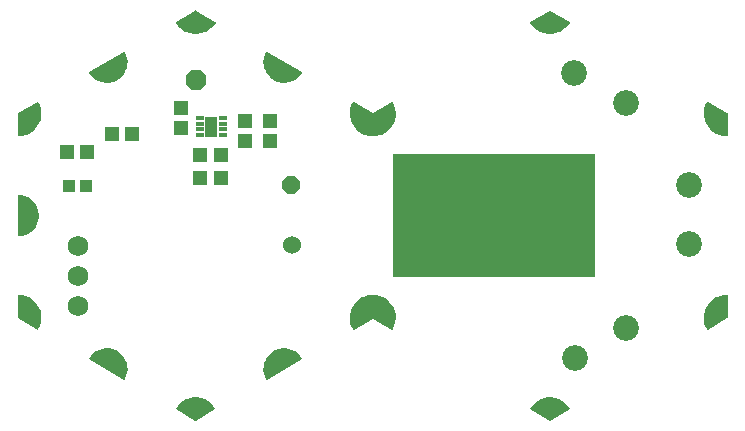
<source format=gbr>
G04 EAGLE Gerber RS-274X export*
G75*
%MOMM*%
%FSLAX34Y34*%
%LPD*%
%INSoldermask Top*%
%IPPOS*%
%AMOC8*
5,1,8,0,0,1.08239X$1,22.5*%
G01*
%ADD10R,1.003200X1.003200*%
%ADD11C,1.203200*%
%ADD12P,1.869504X8X22.500000*%
%ADD13R,1.203200X1.303200*%
%ADD14C,1.727200*%
%ADD15C,2.184400*%
%ADD16P,1.649562X8X113.700000*%
%ADD17C,1.524000*%
%ADD18R,0.703200X0.453200*%
%ADD19R,1.103200X1.803200*%
%ADD20R,1.303200X1.203200*%
%ADD21C,1.503200*%

G36*
X485893Y151146D02*
X485893Y151146D01*
X486012Y151153D01*
X486050Y151166D01*
X486091Y151171D01*
X486201Y151214D01*
X486314Y151251D01*
X486349Y151273D01*
X486386Y151288D01*
X486482Y151358D01*
X486583Y151421D01*
X486611Y151451D01*
X486644Y151474D01*
X486720Y151566D01*
X486801Y151653D01*
X486821Y151688D01*
X486846Y151719D01*
X486897Y151827D01*
X486955Y151931D01*
X486965Y151971D01*
X486982Y152007D01*
X487004Y152124D01*
X487034Y152239D01*
X487038Y152300D01*
X487042Y152320D01*
X487040Y152340D01*
X487044Y152400D01*
X487044Y254000D01*
X487029Y254118D01*
X487022Y254237D01*
X487009Y254275D01*
X487004Y254316D01*
X486961Y254426D01*
X486924Y254539D01*
X486902Y254574D01*
X486887Y254611D01*
X486818Y254707D01*
X486754Y254808D01*
X486724Y254836D01*
X486701Y254869D01*
X486609Y254945D01*
X486522Y255026D01*
X486487Y255046D01*
X486456Y255071D01*
X486348Y255122D01*
X486244Y255180D01*
X486204Y255190D01*
X486168Y255207D01*
X486051Y255229D01*
X485936Y255259D01*
X485876Y255263D01*
X485856Y255267D01*
X485835Y255265D01*
X485775Y255269D01*
X316706Y255269D01*
X316588Y255254D01*
X316469Y255247D01*
X316431Y255234D01*
X316391Y255229D01*
X316280Y255186D01*
X316167Y255149D01*
X316133Y255127D01*
X316095Y255112D01*
X315999Y255043D01*
X315898Y254979D01*
X315870Y254949D01*
X315838Y254926D01*
X315762Y254834D01*
X315680Y254747D01*
X315661Y254712D01*
X315635Y254681D01*
X315584Y254573D01*
X315527Y254469D01*
X315517Y254429D01*
X315499Y254393D01*
X315477Y254276D01*
X315447Y254161D01*
X315443Y254101D01*
X315440Y254081D01*
X315441Y254060D01*
X315437Y254000D01*
X315437Y152400D01*
X315452Y152282D01*
X315459Y152163D01*
X315472Y152125D01*
X315477Y152084D01*
X315521Y151974D01*
X315557Y151861D01*
X315579Y151826D01*
X315594Y151789D01*
X315664Y151693D01*
X315728Y151592D01*
X315757Y151564D01*
X315781Y151531D01*
X315872Y151456D01*
X315959Y151374D01*
X315995Y151354D01*
X316026Y151329D01*
X316133Y151278D01*
X316238Y151220D01*
X316277Y151210D01*
X316313Y151193D01*
X316430Y151171D01*
X316546Y151141D01*
X316606Y151137D01*
X316626Y151133D01*
X316646Y151135D01*
X316706Y151131D01*
X485775Y151131D01*
X485893Y151146D01*
G37*
G36*
X298458Y270303D02*
X298458Y270303D01*
X298471Y270302D01*
X301521Y270545D01*
X301554Y270554D01*
X301600Y270558D01*
X304572Y271286D01*
X304603Y271301D01*
X304648Y271312D01*
X304712Y271339D01*
X305888Y271838D01*
X307064Y272337D01*
X307465Y272508D01*
X307493Y272527D01*
X307536Y272545D01*
X310124Y274177D01*
X310149Y274201D01*
X310188Y274225D01*
X312481Y276252D01*
X312502Y276279D01*
X312537Y276310D01*
X314475Y278678D01*
X314491Y278708D01*
X314521Y278744D01*
X316054Y281392D01*
X316065Y281424D01*
X316088Y281464D01*
X316141Y281604D01*
X316142Y281604D01*
X316902Y283601D01*
X317092Y284100D01*
X317177Y284324D01*
X317182Y284357D01*
X317199Y284401D01*
X317815Y287398D01*
X317815Y287432D01*
X317825Y287478D01*
X317951Y290535D01*
X317946Y290569D01*
X317948Y290616D01*
X317583Y293654D01*
X317573Y293686D01*
X317567Y293732D01*
X316719Y296672D01*
X316704Y296702D01*
X316691Y296748D01*
X315383Y299514D01*
X315365Y299536D01*
X315355Y299563D01*
X315306Y299615D01*
X315263Y299673D01*
X315239Y299687D01*
X315219Y299708D01*
X315153Y299737D01*
X315092Y299773D01*
X315063Y299776D01*
X315037Y299788D01*
X314965Y299789D01*
X314894Y299798D01*
X314867Y299790D01*
X314838Y299791D01*
X314744Y299755D01*
X314703Y299744D01*
X314695Y299737D01*
X314682Y299733D01*
X298431Y290376D01*
X282180Y299733D01*
X282153Y299742D01*
X282130Y299758D01*
X282059Y299773D01*
X281992Y299796D01*
X281963Y299793D01*
X281935Y299799D01*
X281865Y299786D01*
X281794Y299780D01*
X281768Y299767D01*
X281740Y299761D01*
X281681Y299721D01*
X281617Y299688D01*
X281599Y299666D01*
X281575Y299650D01*
X281517Y299567D01*
X281491Y299535D01*
X281488Y299524D01*
X281480Y299514D01*
X280172Y296748D01*
X280163Y296715D01*
X280143Y296672D01*
X279295Y293732D01*
X279293Y293698D01*
X279279Y293654D01*
X278914Y290616D01*
X278917Y290582D01*
X278911Y290535D01*
X279038Y287478D01*
X279046Y287445D01*
X279048Y287398D01*
X279663Y284401D01*
X279677Y284370D01*
X279686Y284324D01*
X280774Y281464D01*
X280792Y281436D01*
X280809Y281392D01*
X282342Y278744D01*
X282364Y278718D01*
X282388Y278678D01*
X284326Y276310D01*
X284352Y276288D01*
X284381Y276252D01*
X286674Y274225D01*
X286703Y274209D01*
X286738Y274177D01*
X289326Y272545D01*
X289358Y272533D01*
X289398Y272508D01*
X292214Y271312D01*
X292247Y271305D01*
X292290Y271286D01*
X295262Y270558D01*
X295296Y270556D01*
X295341Y270545D01*
X298392Y270302D01*
X298420Y270306D01*
X298448Y270301D01*
X298458Y270303D01*
G37*
G36*
X314998Y106615D02*
X314998Y106615D01*
X315069Y106620D01*
X315094Y106633D01*
X315123Y106639D01*
X315182Y106679D01*
X315245Y106712D01*
X315264Y106734D01*
X315287Y106750D01*
X315345Y106833D01*
X315372Y106865D01*
X315375Y106876D01*
X315383Y106887D01*
X316691Y109653D01*
X316699Y109686D01*
X316719Y109728D01*
X317567Y112668D01*
X317570Y112702D01*
X317583Y112746D01*
X317948Y115784D01*
X317946Y115818D01*
X317951Y115865D01*
X317825Y118922D01*
X317816Y118955D01*
X317815Y119002D01*
X317199Y121999D01*
X317186Y122030D01*
X317177Y122076D01*
X316088Y124936D01*
X316070Y124965D01*
X316054Y125008D01*
X314521Y127656D01*
X314498Y127682D01*
X314475Y127723D01*
X312537Y130090D01*
X312511Y130112D01*
X312481Y130148D01*
X310188Y132175D01*
X310159Y132192D01*
X310124Y132223D01*
X307536Y133855D01*
X307504Y133867D01*
X307465Y133892D01*
X304648Y135088D01*
X304615Y135095D01*
X304572Y135114D01*
X301600Y135842D01*
X301566Y135844D01*
X301521Y135855D01*
X298471Y136098D01*
X298443Y136094D01*
X298415Y136099D01*
X298405Y136097D01*
X298392Y136098D01*
X295341Y135855D01*
X295309Y135846D01*
X295262Y135842D01*
X292290Y135114D01*
X292260Y135099D01*
X292214Y135088D01*
X292050Y135018D01*
X290874Y134519D01*
X289698Y134020D01*
X289398Y133892D01*
X289370Y133873D01*
X289326Y133855D01*
X286738Y132223D01*
X286714Y132199D01*
X286674Y132175D01*
X284381Y130148D01*
X284361Y130121D01*
X284326Y130090D01*
X282388Y127723D01*
X282372Y127692D01*
X282342Y127656D01*
X280809Y125008D01*
X280798Y124976D01*
X280774Y124936D01*
X279686Y122076D01*
X279680Y122043D01*
X279663Y121999D01*
X279048Y119002D01*
X279048Y118968D01*
X279038Y118922D01*
X278911Y115865D01*
X278916Y115831D01*
X278914Y115784D01*
X279279Y112746D01*
X279290Y112714D01*
X279295Y112668D01*
X280143Y109728D01*
X280159Y109698D01*
X280172Y109653D01*
X281480Y106887D01*
X281497Y106864D01*
X281507Y106837D01*
X281556Y106785D01*
X281599Y106727D01*
X281624Y106713D01*
X281643Y106692D01*
X281709Y106663D01*
X281771Y106627D01*
X281799Y106624D01*
X281826Y106612D01*
X281897Y106611D01*
X281968Y106602D01*
X281996Y106610D01*
X282024Y106610D01*
X282119Y106645D01*
X282160Y106656D01*
X282168Y106663D01*
X282180Y106667D01*
X298431Y116024D01*
X314682Y106667D01*
X314709Y106658D01*
X314733Y106642D01*
X314803Y106627D01*
X314871Y106604D01*
X314899Y106607D01*
X314927Y106601D01*
X314998Y106615D01*
G37*
G36*
X-1541Y185704D02*
X-1541Y185704D01*
X-1528Y185702D01*
X1271Y185934D01*
X1304Y185944D01*
X1352Y185948D01*
X4074Y186637D01*
X4105Y186652D01*
X4152Y186664D01*
X6723Y187792D01*
X6751Y187812D01*
X6795Y187831D01*
X9146Y189367D01*
X9171Y189391D01*
X9211Y189417D01*
X11277Y191319D01*
X11289Y191336D01*
X11302Y191345D01*
X11312Y191361D01*
X11333Y191380D01*
X13057Y193595D01*
X13072Y193626D01*
X13102Y193664D01*
X14439Y196134D01*
X14449Y196167D01*
X14472Y196209D01*
X15383Y198865D01*
X15388Y198899D01*
X15404Y198945D01*
X15866Y201714D01*
X15864Y201749D01*
X15872Y201796D01*
X15872Y204604D01*
X15866Y204638D01*
X15866Y204686D01*
X15404Y207455D01*
X15391Y207488D01*
X15383Y207535D01*
X14472Y210191D01*
X14454Y210221D01*
X14439Y210266D01*
X13102Y212736D01*
X13080Y212762D01*
X13057Y212805D01*
X11333Y215020D01*
X11306Y215043D01*
X11277Y215081D01*
X9211Y216983D01*
X9181Y217001D01*
X9146Y217033D01*
X6795Y218569D01*
X6763Y218582D01*
X6723Y218608D01*
X4152Y219736D01*
X4118Y219743D01*
X4074Y219763D01*
X1352Y220452D01*
X1317Y220454D01*
X1271Y220466D01*
X-1528Y220698D01*
X-1556Y220694D01*
X-1585Y220699D01*
X-1654Y220683D01*
X-1725Y220674D01*
X-1750Y220660D01*
X-1779Y220653D01*
X-1836Y220611D01*
X-1898Y220576D01*
X-1915Y220552D01*
X-1939Y220535D01*
X-1975Y220474D01*
X-2018Y220417D01*
X-2025Y220389D01*
X-2040Y220364D01*
X-2057Y220266D01*
X-2067Y220225D01*
X-2066Y220214D01*
X-2068Y220200D01*
X-2068Y186200D01*
X-2062Y186171D01*
X-2065Y186142D01*
X-2043Y186075D01*
X-2028Y186005D01*
X-2012Y185981D01*
X-2003Y185953D01*
X-1956Y185900D01*
X-1916Y185841D01*
X-1891Y185826D01*
X-1872Y185804D01*
X-1808Y185772D01*
X-1748Y185734D01*
X-1720Y185729D01*
X-1693Y185717D01*
X-1594Y185708D01*
X-1552Y185701D01*
X-1541Y185704D01*
G37*
G36*
X88197Y64314D02*
X88197Y64314D01*
X88268Y64320D01*
X88294Y64333D01*
X88323Y64339D01*
X88382Y64379D01*
X88445Y64411D01*
X88463Y64434D01*
X88487Y64450D01*
X88544Y64532D01*
X88571Y64565D01*
X88575Y64575D01*
X88583Y64587D01*
X89781Y67122D01*
X89790Y67156D01*
X89810Y67199D01*
X90575Y69897D01*
X90578Y69932D01*
X90591Y69978D01*
X90901Y72766D01*
X90899Y72794D01*
X90900Y72805D01*
X90899Y72810D01*
X90904Y72848D01*
X90751Y75648D01*
X90742Y75682D01*
X90740Y75730D01*
X90128Y78467D01*
X90114Y78499D01*
X90104Y78546D01*
X89050Y81145D01*
X89031Y81174D01*
X89013Y81218D01*
X87546Y83609D01*
X87522Y83634D01*
X87497Y83675D01*
X85656Y85791D01*
X85629Y85812D01*
X85597Y85849D01*
X83434Y87633D01*
X83403Y87649D01*
X83366Y87680D01*
X80938Y89084D01*
X80905Y89095D01*
X80864Y89119D01*
X78238Y90104D01*
X78204Y90110D01*
X78159Y90127D01*
X75406Y90666D01*
X75372Y90666D01*
X75325Y90675D01*
X72521Y90754D01*
X72487Y90749D01*
X72439Y90750D01*
X69661Y90367D01*
X69628Y90355D01*
X69580Y90349D01*
X66903Y89513D01*
X66873Y89496D01*
X66827Y89482D01*
X64323Y88218D01*
X64296Y88196D01*
X64253Y88174D01*
X61992Y86515D01*
X61969Y86489D01*
X61930Y86461D01*
X59973Y84452D01*
X59954Y84423D01*
X59921Y84388D01*
X58321Y82085D01*
X58310Y82058D01*
X58291Y82035D01*
X58271Y81967D01*
X58243Y81902D01*
X58242Y81873D01*
X58234Y81845D01*
X58242Y81774D01*
X58241Y81703D01*
X58253Y81676D01*
X58256Y81647D01*
X58291Y81585D01*
X58318Y81520D01*
X58339Y81499D01*
X58353Y81474D01*
X58430Y81411D01*
X58460Y81381D01*
X58471Y81377D01*
X58481Y81368D01*
X87881Y64368D01*
X87909Y64359D01*
X87933Y64342D01*
X88002Y64327D01*
X88070Y64305D01*
X88099Y64307D01*
X88128Y64301D01*
X88197Y64314D01*
G37*
G36*
X75325Y315725D02*
X75325Y315725D01*
X75358Y315733D01*
X75406Y315734D01*
X78159Y316273D01*
X78191Y316287D01*
X78238Y316296D01*
X80864Y317281D01*
X80893Y317299D01*
X80938Y317316D01*
X83366Y318720D01*
X83392Y318743D01*
X83434Y318767D01*
X85597Y320551D01*
X85619Y320578D01*
X85656Y320609D01*
X87497Y322725D01*
X87514Y322755D01*
X87546Y322791D01*
X89013Y325182D01*
X89025Y325214D01*
X89050Y325255D01*
X90104Y327854D01*
X90110Y327888D01*
X90128Y327933D01*
X90740Y330670D01*
X90740Y330705D01*
X90751Y330752D01*
X90904Y333552D01*
X90899Y333586D01*
X90901Y333634D01*
X90591Y336422D01*
X90580Y336455D01*
X90575Y336503D01*
X89810Y339201D01*
X89794Y339231D01*
X89781Y339278D01*
X88583Y341813D01*
X88565Y341837D01*
X88555Y341864D01*
X88506Y341916D01*
X88464Y341973D01*
X88438Y341987D01*
X88418Y342009D01*
X88353Y342037D01*
X88292Y342073D01*
X88263Y342076D01*
X88236Y342088D01*
X88165Y342089D01*
X88095Y342098D01*
X88066Y342090D01*
X88037Y342090D01*
X87944Y342056D01*
X87903Y342044D01*
X87894Y342037D01*
X87881Y342032D01*
X58481Y325032D01*
X58460Y325013D01*
X58433Y325000D01*
X58386Y324947D01*
X58332Y324900D01*
X58320Y324874D01*
X58300Y324852D01*
X58277Y324785D01*
X58247Y324721D01*
X58246Y324692D01*
X58236Y324664D01*
X58241Y324593D01*
X58238Y324522D01*
X58248Y324495D01*
X58250Y324466D01*
X58293Y324376D01*
X58308Y324336D01*
X58315Y324328D01*
X58321Y324315D01*
X59921Y322012D01*
X59946Y321988D01*
X59973Y321948D01*
X61930Y319939D01*
X61959Y319920D01*
X61992Y319885D01*
X64253Y318226D01*
X64285Y318211D01*
X64323Y318182D01*
X66827Y316918D01*
X66860Y316909D01*
X66903Y316887D01*
X69580Y316051D01*
X69615Y316048D01*
X69661Y316033D01*
X72439Y315650D01*
X72473Y315652D01*
X72521Y315646D01*
X75325Y315725D01*
G37*
G36*
X208796Y64310D02*
X208796Y64310D01*
X208825Y64310D01*
X208918Y64344D01*
X208959Y64356D01*
X208968Y64363D01*
X208981Y64368D01*
X238381Y81368D01*
X238403Y81387D01*
X238429Y81400D01*
X238477Y81453D01*
X238530Y81500D01*
X238543Y81526D01*
X238562Y81548D01*
X238585Y81615D01*
X238616Y81679D01*
X238617Y81708D01*
X238626Y81736D01*
X238621Y81807D01*
X238624Y81878D01*
X238614Y81905D01*
X238612Y81934D01*
X238570Y82024D01*
X238555Y82064D01*
X238547Y82072D01*
X238541Y82085D01*
X236942Y84388D01*
X236917Y84412D01*
X236889Y84452D01*
X234932Y86461D01*
X234904Y86480D01*
X234870Y86515D01*
X232609Y88174D01*
X232578Y88189D01*
X232539Y88218D01*
X230036Y89482D01*
X230003Y89491D01*
X229960Y89513D01*
X227282Y90349D01*
X227248Y90352D01*
X227202Y90367D01*
X224424Y90750D01*
X224389Y90748D01*
X224341Y90754D01*
X221538Y90675D01*
X221504Y90667D01*
X221456Y90666D01*
X218704Y90127D01*
X218672Y90113D01*
X218625Y90104D01*
X215999Y89119D01*
X215969Y89101D01*
X215924Y89084D01*
X213496Y87680D01*
X213470Y87657D01*
X213429Y87633D01*
X211265Y85849D01*
X211243Y85822D01*
X211206Y85791D01*
X209366Y83675D01*
X209349Y83645D01*
X209317Y83609D01*
X207850Y81218D01*
X207838Y81186D01*
X207813Y81145D01*
X206759Y78546D01*
X206753Y78512D01*
X206734Y78467D01*
X206123Y75730D01*
X206122Y75695D01*
X206112Y75648D01*
X205959Y72848D01*
X205964Y72814D01*
X205961Y72766D01*
X206272Y69978D01*
X206282Y69945D01*
X206287Y69897D01*
X207052Y67199D01*
X207068Y67169D01*
X207081Y67122D01*
X208280Y64587D01*
X208297Y64563D01*
X208308Y64536D01*
X208356Y64484D01*
X208399Y64427D01*
X208424Y64413D01*
X208444Y64392D01*
X208509Y64363D01*
X208571Y64327D01*
X208600Y64324D01*
X208626Y64312D01*
X208697Y64311D01*
X208768Y64302D01*
X208796Y64310D01*
G37*
G36*
X224376Y315652D02*
X224376Y315652D01*
X224424Y315650D01*
X227202Y316033D01*
X227235Y316045D01*
X227282Y316051D01*
X229960Y316887D01*
X229990Y316904D01*
X230036Y316918D01*
X232539Y318182D01*
X232566Y318204D01*
X232609Y318226D01*
X234870Y319885D01*
X234894Y319911D01*
X234932Y319939D01*
X236889Y321948D01*
X236908Y321977D01*
X236942Y322012D01*
X238541Y324315D01*
X238553Y324342D01*
X238571Y324365D01*
X238592Y324433D01*
X238620Y324498D01*
X238620Y324527D01*
X238628Y324555D01*
X238621Y324626D01*
X238621Y324697D01*
X238610Y324724D01*
X238607Y324753D01*
X238572Y324815D01*
X238544Y324880D01*
X238524Y324901D01*
X238509Y324926D01*
X238433Y324989D01*
X238402Y325019D01*
X238392Y325023D01*
X238381Y325032D01*
X208981Y342032D01*
X208953Y342041D01*
X208930Y342058D01*
X208860Y342073D01*
X208793Y342095D01*
X208764Y342093D01*
X208735Y342099D01*
X208665Y342086D01*
X208594Y342080D01*
X208569Y342067D01*
X208540Y342061D01*
X208481Y342021D01*
X208418Y341989D01*
X208399Y341966D01*
X208375Y341950D01*
X208318Y341868D01*
X208291Y341835D01*
X208288Y341825D01*
X208280Y341813D01*
X207081Y339278D01*
X207073Y339244D01*
X207052Y339201D01*
X206287Y336503D01*
X206285Y336468D01*
X206272Y336422D01*
X205961Y333634D01*
X205964Y333607D01*
X205963Y333602D01*
X205964Y333597D01*
X205959Y333552D01*
X206112Y330752D01*
X206120Y330718D01*
X206123Y330670D01*
X206734Y327933D01*
X206748Y327901D01*
X206759Y327854D01*
X207813Y325255D01*
X207832Y325226D01*
X207850Y325182D01*
X209317Y322791D01*
X209341Y322766D01*
X209366Y322725D01*
X211206Y320609D01*
X211234Y320588D01*
X211265Y320551D01*
X213429Y318767D01*
X213459Y318751D01*
X213496Y318720D01*
X215924Y317316D01*
X215957Y317305D01*
X215999Y317281D01*
X218625Y316296D01*
X218659Y316290D01*
X218704Y316273D01*
X221456Y315734D01*
X221491Y315734D01*
X221538Y315725D01*
X224341Y315646D01*
X224376Y315652D01*
G37*
G36*
X-1560Y270264D02*
X-1560Y270264D01*
X-1547Y270263D01*
X1509Y270510D01*
X1542Y270519D01*
X1589Y270523D01*
X4566Y271256D01*
X4596Y271271D01*
X4642Y271282D01*
X7463Y272484D01*
X7491Y272503D01*
X7534Y272521D01*
X10125Y274160D01*
X10150Y274183D01*
X10190Y274208D01*
X12485Y276241D01*
X12505Y276268D01*
X12540Y276299D01*
X14480Y278674D01*
X14495Y278704D01*
X14525Y278740D01*
X16058Y281396D01*
X16069Y281428D01*
X16093Y281468D01*
X17180Y284335D01*
X17186Y284369D01*
X17202Y284413D01*
X17816Y287417D01*
X17816Y287451D01*
X17825Y287497D01*
X17949Y290560D01*
X17943Y290594D01*
X17946Y290640D01*
X17576Y293684D01*
X17565Y293717D01*
X17560Y293763D01*
X16707Y296708D01*
X16691Y296738D01*
X16678Y296783D01*
X15364Y299553D01*
X15347Y299577D01*
X15336Y299604D01*
X15287Y299656D01*
X15245Y299713D01*
X15220Y299727D01*
X15200Y299748D01*
X15134Y299777D01*
X15073Y299812D01*
X15044Y299816D01*
X15017Y299828D01*
X14946Y299828D01*
X14875Y299837D01*
X14848Y299829D01*
X14819Y299830D01*
X14725Y299795D01*
X14684Y299783D01*
X14676Y299776D01*
X14663Y299771D01*
X-1815Y290232D01*
X-1872Y290181D01*
X-1934Y290136D01*
X-1946Y290116D01*
X-1963Y290100D01*
X-1996Y290031D01*
X-2036Y289965D01*
X-2040Y289939D01*
X-2049Y289921D01*
X-2051Y289876D01*
X-2064Y289801D01*
X-2086Y270761D01*
X-2081Y270733D01*
X-2083Y270704D01*
X-2061Y270636D01*
X-2047Y270566D01*
X-2031Y270542D01*
X-2022Y270515D01*
X-1975Y270461D01*
X-1935Y270402D01*
X-1910Y270387D01*
X-1891Y270365D01*
X-1827Y270333D01*
X-1767Y270295D01*
X-1739Y270290D01*
X-1713Y270277D01*
X-1613Y270269D01*
X-1571Y270262D01*
X-1560Y270264D01*
G37*
G36*
X14978Y106575D02*
X14978Y106575D01*
X15050Y106580D01*
X15075Y106594D01*
X15104Y106599D01*
X15163Y106639D01*
X15226Y106672D01*
X15245Y106694D01*
X15269Y106710D01*
X15326Y106792D01*
X15353Y106825D01*
X15356Y106835D01*
X15364Y106847D01*
X16678Y109617D01*
X16687Y109650D01*
X16707Y109692D01*
X17560Y112637D01*
X17563Y112671D01*
X17576Y112716D01*
X17946Y115760D01*
X17943Y115793D01*
X17949Y115840D01*
X17825Y118904D01*
X17817Y118936D01*
X17816Y118983D01*
X17202Y121988D01*
X17189Y122019D01*
X17180Y122065D01*
X16093Y124932D01*
X16075Y124960D01*
X16058Y125004D01*
X14525Y127660D01*
X14503Y127685D01*
X14480Y127726D01*
X12540Y130101D01*
X12514Y130122D01*
X12485Y130159D01*
X10190Y132192D01*
X10160Y132209D01*
X10125Y132240D01*
X7534Y133879D01*
X7502Y133891D01*
X7463Y133916D01*
X4642Y135118D01*
X4609Y135125D01*
X4566Y135144D01*
X1589Y135877D01*
X1555Y135879D01*
X1509Y135890D01*
X-1547Y136137D01*
X-1576Y136134D01*
X-1604Y136138D01*
X-1674Y136122D01*
X-1744Y136113D01*
X-1770Y136099D01*
X-1798Y136092D01*
X-1855Y136050D01*
X-1917Y136014D01*
X-1934Y135991D01*
X-1958Y135974D01*
X-1994Y135913D01*
X-2037Y135856D01*
X-2044Y135828D01*
X-2059Y135803D01*
X-2075Y135704D01*
X-2086Y135663D01*
X-2084Y135652D01*
X-2086Y135639D01*
X-2064Y116599D01*
X-2048Y116524D01*
X-2040Y116448D01*
X-2028Y116427D01*
X-2024Y116405D01*
X-1980Y116341D01*
X-1943Y116274D01*
X-1923Y116258D01*
X-1911Y116241D01*
X-1873Y116217D01*
X-1815Y116168D01*
X14663Y106629D01*
X14690Y106619D01*
X14714Y106603D01*
X14784Y106588D01*
X14851Y106565D01*
X14880Y106567D01*
X14908Y106561D01*
X14978Y106575D01*
G37*
G36*
X448447Y29511D02*
X448447Y29511D01*
X448524Y29510D01*
X448549Y29519D01*
X448569Y29520D01*
X448609Y29541D01*
X448680Y29567D01*
X465180Y39067D01*
X465202Y39086D01*
X465228Y39099D01*
X465262Y39137D01*
X465265Y39139D01*
X465268Y39143D01*
X465276Y39152D01*
X465329Y39199D01*
X465342Y39225D01*
X465361Y39247D01*
X465385Y39314D01*
X465415Y39378D01*
X465417Y39407D01*
X465426Y39434D01*
X465421Y39506D01*
X465425Y39577D01*
X465415Y39604D01*
X465413Y39633D01*
X465370Y39723D01*
X465355Y39763D01*
X465348Y39771D01*
X465342Y39784D01*
X463600Y42307D01*
X463576Y42331D01*
X463550Y42369D01*
X461426Y44581D01*
X461398Y44600D01*
X461365Y44634D01*
X458914Y46476D01*
X458883Y46490D01*
X458846Y46519D01*
X456131Y47944D01*
X456099Y47953D01*
X456057Y47975D01*
X453149Y48946D01*
X453123Y48949D01*
X453113Y48951D01*
X453071Y48965D01*
X450044Y49457D01*
X450011Y49456D01*
X449964Y49464D01*
X446898Y49464D01*
X446865Y49457D01*
X446818Y49457D01*
X443792Y48965D01*
X443760Y48953D01*
X443714Y48946D01*
X440805Y47975D01*
X440776Y47958D01*
X440731Y47944D01*
X438016Y46519D01*
X437990Y46497D01*
X437948Y46476D01*
X435497Y44634D01*
X435475Y44609D01*
X435437Y44581D01*
X433313Y42369D01*
X433295Y42341D01*
X433262Y42307D01*
X431520Y39784D01*
X431509Y39757D01*
X431491Y39735D01*
X431470Y39666D01*
X431442Y39601D01*
X431442Y39572D01*
X431434Y39544D01*
X431442Y39473D01*
X431442Y39402D01*
X431453Y39375D01*
X431456Y39346D01*
X431491Y39284D01*
X431519Y39219D01*
X431540Y39198D01*
X431554Y39173D01*
X431617Y39121D01*
X431621Y39116D01*
X431630Y39110D01*
X431631Y39110D01*
X431661Y39080D01*
X431672Y39076D01*
X431682Y39067D01*
X448182Y29567D01*
X448255Y29543D01*
X448326Y29512D01*
X448349Y29512D01*
X448371Y29504D01*
X448447Y29511D01*
G37*
G36*
X148447Y29511D02*
X148447Y29511D01*
X148524Y29510D01*
X148549Y29519D01*
X148569Y29520D01*
X148609Y29541D01*
X148680Y29567D01*
X165180Y39067D01*
X165202Y39086D01*
X165228Y39099D01*
X165262Y39137D01*
X165265Y39139D01*
X165268Y39143D01*
X165276Y39152D01*
X165329Y39199D01*
X165342Y39225D01*
X165361Y39247D01*
X165385Y39314D01*
X165415Y39378D01*
X165417Y39407D01*
X165426Y39434D01*
X165421Y39506D01*
X165425Y39577D01*
X165415Y39604D01*
X165413Y39633D01*
X165370Y39723D01*
X165355Y39763D01*
X165348Y39771D01*
X165342Y39784D01*
X163600Y42307D01*
X163576Y42331D01*
X163550Y42369D01*
X161426Y44581D01*
X161398Y44600D01*
X161365Y44634D01*
X158914Y46476D01*
X158883Y46490D01*
X158846Y46519D01*
X156131Y47944D01*
X156099Y47953D01*
X156057Y47975D01*
X153149Y48946D01*
X153123Y48949D01*
X153113Y48951D01*
X153071Y48965D01*
X150044Y49457D01*
X150011Y49456D01*
X149964Y49464D01*
X146898Y49464D01*
X146865Y49457D01*
X146818Y49457D01*
X143792Y48965D01*
X143760Y48953D01*
X143714Y48946D01*
X140805Y47975D01*
X140776Y47958D01*
X140731Y47944D01*
X138016Y46519D01*
X137990Y46497D01*
X137948Y46476D01*
X135497Y44634D01*
X135475Y44609D01*
X135437Y44581D01*
X133313Y42369D01*
X133295Y42341D01*
X133262Y42307D01*
X131520Y39784D01*
X131509Y39757D01*
X131491Y39735D01*
X131470Y39666D01*
X131442Y39601D01*
X131442Y39572D01*
X131434Y39544D01*
X131442Y39473D01*
X131442Y39402D01*
X131453Y39375D01*
X131456Y39346D01*
X131491Y39284D01*
X131519Y39219D01*
X131540Y39198D01*
X131554Y39173D01*
X131617Y39121D01*
X131621Y39116D01*
X131630Y39110D01*
X131631Y39110D01*
X131661Y39080D01*
X131672Y39076D01*
X131682Y39067D01*
X148182Y29567D01*
X148255Y29543D01*
X148326Y29512D01*
X148349Y29512D01*
X148371Y29504D01*
X148447Y29511D01*
G37*
G36*
X149998Y356943D02*
X149998Y356943D01*
X150044Y356943D01*
X153071Y357435D01*
X153103Y357447D01*
X153149Y357454D01*
X156057Y358425D01*
X156087Y358442D01*
X156131Y358456D01*
X158846Y359881D01*
X158873Y359903D01*
X158914Y359924D01*
X161365Y361766D01*
X161388Y361791D01*
X161426Y361819D01*
X163550Y364031D01*
X163568Y364059D01*
X163600Y364093D01*
X165342Y366616D01*
X165354Y366643D01*
X165372Y366665D01*
X165392Y366734D01*
X165420Y366799D01*
X165420Y366828D01*
X165429Y366856D01*
X165421Y366927D01*
X165421Y366998D01*
X165410Y367025D01*
X165406Y367054D01*
X165371Y367116D01*
X165344Y367181D01*
X165323Y367202D01*
X165309Y367227D01*
X165232Y367290D01*
X165201Y367320D01*
X165191Y367324D01*
X165180Y367333D01*
X148680Y376833D01*
X148608Y376857D01*
X148537Y376888D01*
X148514Y376888D01*
X148492Y376896D01*
X148415Y376890D01*
X148338Y376891D01*
X148314Y376881D01*
X148294Y376880D01*
X148254Y376859D01*
X148182Y376833D01*
X131682Y367333D01*
X131661Y367314D01*
X131634Y367301D01*
X131587Y367248D01*
X131533Y367201D01*
X131521Y367175D01*
X131501Y367154D01*
X131478Y367086D01*
X131447Y367022D01*
X131446Y366993D01*
X131436Y366966D01*
X131441Y366894D01*
X131438Y366823D01*
X131448Y366796D01*
X131450Y366767D01*
X131492Y366677D01*
X131507Y366637D01*
X131515Y366629D01*
X131520Y366616D01*
X133262Y364093D01*
X133287Y364069D01*
X133313Y364031D01*
X135437Y361819D01*
X135465Y361800D01*
X135497Y361766D01*
X137948Y359924D01*
X137979Y359910D01*
X138016Y359881D01*
X140731Y358456D01*
X140764Y358447D01*
X140805Y358425D01*
X143714Y357454D01*
X143747Y357450D01*
X143792Y357435D01*
X146818Y356943D01*
X146852Y356944D01*
X146898Y356936D01*
X149964Y356936D01*
X149998Y356943D01*
G37*
G36*
X449998Y356943D02*
X449998Y356943D01*
X450044Y356943D01*
X453071Y357435D01*
X453103Y357447D01*
X453149Y357454D01*
X456057Y358425D01*
X456087Y358442D01*
X456131Y358456D01*
X458846Y359881D01*
X458873Y359903D01*
X458914Y359924D01*
X461365Y361766D01*
X461388Y361791D01*
X461426Y361819D01*
X463550Y364031D01*
X463568Y364059D01*
X463600Y364093D01*
X465342Y366616D01*
X465354Y366643D01*
X465372Y366665D01*
X465392Y366734D01*
X465420Y366799D01*
X465420Y366828D01*
X465429Y366856D01*
X465421Y366927D01*
X465421Y366998D01*
X465410Y367025D01*
X465406Y367054D01*
X465371Y367116D01*
X465344Y367181D01*
X465323Y367202D01*
X465309Y367227D01*
X465232Y367290D01*
X465201Y367320D01*
X465191Y367324D01*
X465180Y367333D01*
X448680Y376833D01*
X448608Y376857D01*
X448537Y376888D01*
X448514Y376888D01*
X448492Y376896D01*
X448415Y376890D01*
X448338Y376891D01*
X448314Y376881D01*
X448294Y376880D01*
X448254Y376859D01*
X448182Y376833D01*
X431682Y367333D01*
X431661Y367314D01*
X431634Y367301D01*
X431587Y367248D01*
X431533Y367201D01*
X431521Y367175D01*
X431501Y367154D01*
X431478Y367086D01*
X431447Y367022D01*
X431446Y366993D01*
X431436Y366966D01*
X431441Y366894D01*
X431438Y366823D01*
X431448Y366796D01*
X431450Y366767D01*
X431492Y366677D01*
X431507Y366637D01*
X431515Y366629D01*
X431520Y366616D01*
X433262Y364093D01*
X433287Y364069D01*
X433313Y364031D01*
X435437Y361819D01*
X435465Y361800D01*
X435497Y361766D01*
X437948Y359924D01*
X437979Y359910D01*
X438016Y359881D01*
X440731Y358456D01*
X440764Y358447D01*
X440805Y358425D01*
X443714Y357454D01*
X443747Y357450D01*
X443792Y357435D01*
X446818Y356943D01*
X446852Y356944D01*
X446898Y356936D01*
X449964Y356936D01*
X449998Y356943D01*
G37*
G36*
X598518Y270318D02*
X598518Y270318D01*
X598589Y270326D01*
X598614Y270341D01*
X598641Y270347D01*
X598699Y270390D01*
X598761Y270426D01*
X598779Y270448D01*
X598801Y270465D01*
X598838Y270527D01*
X598881Y270584D01*
X598888Y270612D01*
X598903Y270636D01*
X598920Y270736D01*
X598930Y270777D01*
X598928Y270787D01*
X598931Y270800D01*
X598931Y289800D01*
X598915Y289876D01*
X598906Y289954D01*
X598895Y289973D01*
X598891Y289995D01*
X598847Y290059D01*
X598809Y290127D01*
X598790Y290143D01*
X598778Y290159D01*
X598741Y290183D01*
X598680Y290233D01*
X582180Y299733D01*
X582153Y299742D01*
X582130Y299758D01*
X582059Y299773D01*
X581992Y299796D01*
X581963Y299793D01*
X581935Y299799D01*
X581865Y299786D01*
X581794Y299780D01*
X581768Y299767D01*
X581740Y299761D01*
X581681Y299721D01*
X581617Y299688D01*
X581599Y299666D01*
X581575Y299650D01*
X581517Y299567D01*
X581491Y299535D01*
X581488Y299524D01*
X581480Y299514D01*
X580172Y296748D01*
X580163Y296715D01*
X580143Y296672D01*
X579295Y293732D01*
X579293Y293698D01*
X579279Y293654D01*
X578914Y290616D01*
X578917Y290582D01*
X578911Y290535D01*
X579038Y287478D01*
X579046Y287445D01*
X579048Y287398D01*
X579663Y284401D01*
X579677Y284370D01*
X579686Y284324D01*
X580774Y281464D01*
X580792Y281436D01*
X580809Y281392D01*
X582342Y278744D01*
X582364Y278718D01*
X582388Y278678D01*
X584326Y276310D01*
X584352Y276288D01*
X584381Y276252D01*
X586674Y274225D01*
X586703Y274209D01*
X586738Y274177D01*
X589326Y272545D01*
X589358Y272533D01*
X589398Y272508D01*
X592214Y271312D01*
X592247Y271305D01*
X592290Y271286D01*
X595262Y270558D01*
X595296Y270556D01*
X595341Y270545D01*
X598392Y270302D01*
X598420Y270306D01*
X598448Y270301D01*
X598518Y270318D01*
G37*
G36*
X581996Y106610D02*
X581996Y106610D01*
X582024Y106610D01*
X582119Y106645D01*
X582160Y106656D01*
X582168Y106663D01*
X582180Y106667D01*
X598680Y116167D01*
X598739Y116219D01*
X598801Y116265D01*
X598813Y116284D01*
X598829Y116299D01*
X598863Y116369D01*
X598903Y116436D01*
X598907Y116461D01*
X598915Y116478D01*
X598917Y116523D01*
X598931Y116600D01*
X598931Y135600D01*
X598925Y135628D01*
X598927Y135656D01*
X598905Y135724D01*
X598891Y135795D01*
X598875Y135818D01*
X598866Y135845D01*
X598819Y135900D01*
X598778Y135959D01*
X598755Y135974D01*
X598736Y135996D01*
X598671Y136027D01*
X598611Y136066D01*
X598583Y136071D01*
X598557Y136083D01*
X598456Y136092D01*
X598415Y136099D01*
X598405Y136097D01*
X598392Y136098D01*
X595341Y135855D01*
X595309Y135846D01*
X595262Y135842D01*
X592290Y135114D01*
X592260Y135099D01*
X592214Y135088D01*
X592050Y135018D01*
X590874Y134519D01*
X589698Y134020D01*
X589398Y133892D01*
X589370Y133873D01*
X589326Y133855D01*
X586738Y132223D01*
X586714Y132199D01*
X586674Y132175D01*
X584381Y130148D01*
X584361Y130121D01*
X584326Y130090D01*
X582388Y127723D01*
X582372Y127692D01*
X582342Y127656D01*
X580809Y125008D01*
X580798Y124976D01*
X580774Y124936D01*
X579686Y122076D01*
X579680Y122043D01*
X579663Y121999D01*
X579048Y119002D01*
X579048Y118968D01*
X579038Y118922D01*
X578911Y115865D01*
X578916Y115831D01*
X578914Y115784D01*
X579279Y112746D01*
X579290Y112714D01*
X579295Y112668D01*
X580143Y109728D01*
X580159Y109698D01*
X580172Y109653D01*
X581480Y106887D01*
X581497Y106864D01*
X581507Y106837D01*
X581556Y106785D01*
X581599Y106727D01*
X581624Y106713D01*
X581643Y106692D01*
X581709Y106663D01*
X581771Y106627D01*
X581799Y106624D01*
X581826Y106612D01*
X581897Y106611D01*
X581968Y106602D01*
X581996Y106610D01*
G37*
D10*
X40919Y228600D03*
X55919Y228600D03*
D11*
X148431Y368400D03*
X299151Y280720D03*
X299151Y125680D03*
X148431Y38000D03*
X76931Y327100D03*
X219931Y327100D03*
X219931Y79300D03*
X76931Y79300D03*
X448431Y368400D03*
X591531Y285800D03*
X591531Y120600D03*
X448431Y38000D03*
X5364Y285800D03*
X5364Y120600D03*
X5331Y203200D03*
D12*
X148431Y318294D03*
D13*
X56919Y257175D03*
X39919Y257175D03*
X77860Y272288D03*
X94860Y272288D03*
D14*
X49213Y177800D03*
X49213Y152400D03*
X49213Y127000D03*
D15*
X469532Y83033D03*
X513130Y108102D03*
X512801Y298825D03*
X469290Y324047D03*
D16*
X228862Y229388D03*
D17*
X229926Y178599D03*
D18*
X152425Y286106D03*
X152425Y281106D03*
X152425Y276106D03*
X152425Y271106D03*
X171425Y271106D03*
X171425Y276106D03*
X171425Y281106D03*
X171425Y286106D03*
D19*
X161925Y278606D03*
D20*
X152631Y254794D03*
X169631Y254794D03*
X152631Y234950D03*
X169631Y234950D03*
D13*
X190500Y283138D03*
X190500Y266138D03*
X211138Y283138D03*
X211138Y266138D03*
X135731Y277250D03*
X135731Y294250D03*
D15*
X565944Y178848D03*
X565944Y229140D03*
D21*
X431006Y221456D03*
X415131Y221456D03*
X399256Y221456D03*
X383381Y221456D03*
X367506Y221456D03*
X352425Y221456D03*
X431800Y200819D03*
X415925Y200819D03*
X400050Y200819D03*
X384175Y200819D03*
X368300Y200819D03*
X353219Y200819D03*
X431800Y182563D03*
X415925Y182563D03*
X400050Y182563D03*
X384175Y182563D03*
X368300Y182563D03*
X353219Y182563D03*
X323056Y200819D03*
X323056Y221456D03*
X479425Y200025D03*
X447675Y222250D03*
X448469Y200819D03*
X449263Y183356D03*
X337344Y221456D03*
X338138Y200819D03*
X463550Y221456D03*
X464344Y200025D03*
X478631Y221456D03*
M02*

</source>
